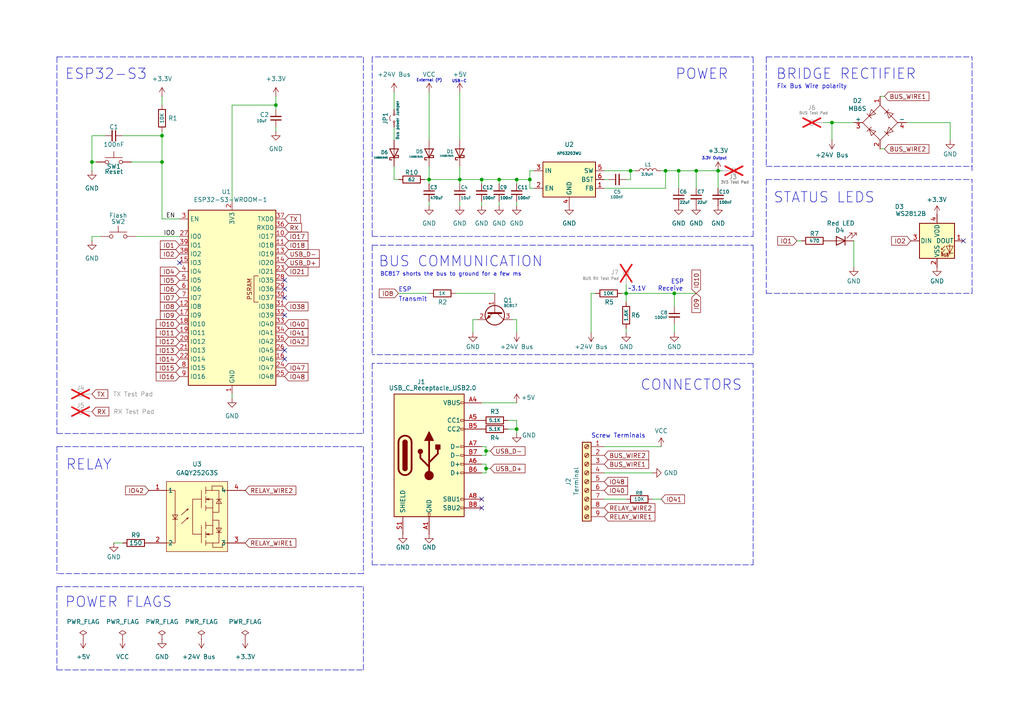
<source format=kicad_sch>
(kicad_sch (version 20250114) (generator "eeschema") (generator_version "9.0")
  (paper "A4")
  (title_block (title "Doorman S3") (date "2025-02-23") (rev "1.6") (comment 1 "TC:Bus Intercom Gateway"))
  (text "Screw Terminals" (at 171.45 127.254 0) (effects (font (size 1.27 1.27)) (justify left bottom)))
  (text "USB-C" (at 135.382 24.13 0) (effects (font (size 0.8 0.8)) (justify right bottom)))
  (text "ESP" (at 194.564 82.55 0) (effects (font (size 1.27 1.27)) (justify left bottom)))
  (text "POWER\n" (at 195.834 23.368 0) (effects (font (size 3 3)) (justify left bottom)))
  (text "~3.1V" (at 182.118 84.582 0) (effects (font (size 1.27 1.27)) (justify left bottom)))
  (text "ESP" (at 115.57 84.836 0) (effects (font (size 1.27 1.27)) (justify left bottom)))
  (text "Transmit" (at 115.57 87.63 0) (effects (font (size 1.27 1.27)) (justify left bottom)))
  (text "CONNECTORS" (at 185.674 113.538 0) (effects (font (size 3 3)) (justify left bottom)))
  (text "3.3V Output" (at 210.82 46.482 0) (effects (font (size 0.8 0.8)) (justify right bottom)))
  (text "STATUS LEDS" (at 224.282 59.182 0) (effects (font (size 3 3)) (justify left bottom)))
  (text "External (P)" (at 128.27 23.876 0) (effects (font (size 0.8 0.8)) (justify right bottom)))
  (text "ESP32-S3" (at 18.796 23.368 0) (effects (font (size 3 3)) (justify left bottom)))
  (text "Fix Bus Wire polarity" (at 225.298 25.908 0) (effects (font (size 1.27 1.27)) (justify left bottom)))
  (text "RELAY" (at 19.05 136.652 0) (effects (font (size 3 3)) (justify left bottom)))
  (text "BRIDGE RECTIFIER" (at 225.044 23.368 0) (effects (font (size 3 3)) (justify left bottom)))
  (text "BC817 shorts the bus to ground for a few ms" (at 110.236 80.264 0) (effects (font (size 1.15 1.15)) (justify left bottom)))
  (text "POWER FLAGS" (at 18.796 176.53 0) (effects (font (size 3 3)) (justify left bottom)))
  (text "Receive" (at 190.754 84.582 0) (effects (font (size 1.27 1.27)) (justify left bottom)))
  (text "BUS COMMUNICATION" (at 109.728 77.724 0) (effects (font (size 3 3)) (justify left bottom)))
  (junction (at 140.97 130.81))
  (junction (at 124.46 52.07))
  (junction (at 241.3 35.56))
  (junction (at 133.35 52.07))
  (junction (at 144.78 52.07))
  (junction (at 208.28 49.53))
  (junction (at 153.67 52.07))
  (junction (at 196.85 49.53))
  (junction (at 149.86 124.46))
  (junction (at 80.01 30.48))
  (junction (at 182.88 49.53))
  (junction (at 46.99 46.99))
  (junction (at 181.61 85.09))
  (junction (at 193.04 49.53))
  (junction (at 139.7 52.07))
  (junction (at 46.99 39.37))
  (junction (at 201.93 49.53))
  (junction (at 149.86 52.07))
  (junction (at 140.97 135.89))
  (junction (at 26.67 46.99))
  (junction (at 195.58 85.09))
  (no_connect (at 82.55 81.28))
  (no_connect (at 82.55 91.44))
  (no_connect (at 82.55 101.6))
  (no_connect (at 52.07 76.2))
  (no_connect (at 279.4 69.85))
  (no_connect (at 82.55 83.82))
  (no_connect (at 139.7 147.32))
  (no_connect (at 139.7 144.78))
  (no_connect (at 82.55 86.36))
  (no_connect (at 82.55 104.14))
  (polyline (pts (xy 218.44 102.87) (xy 107.95 102.87)) (stroke (width 0) (type dash)))
  (wire (pts (xy 193.04 49.53) (xy 193.04 54.61)))
  (wire (pts (xy 275.59 35.56) (xy 262.89 35.56)))
  (polyline (pts (xy 222.25 85.09) (xy 281.94 85.09)) (stroke (width 0) (type dash)))
  (wire (pts (xy 26.67 68.58) (xy 29.21 68.58)))
  (polyline (pts (xy 222.25 16.51) (xy 281.94 16.51)) (stroke (width 0) (type dash)))
  (wire (pts (xy 144.78 53.34) (xy 144.78 52.07)))
  (wire (pts (xy 149.86 52.07) (xy 149.86 53.34)))
  (wire (pts (xy 181.61 82.55) (xy 181.61 85.09)))
  (wire (pts (xy 182.88 49.53) (xy 182.88 52.07)))
  (wire (pts (xy 149.86 92.71) (xy 148.59 92.71)))
  (wire (pts (xy 140.97 130.81) (xy 140.97 132.08)))
  (wire (pts (xy 142.24 130.81) (xy 140.97 130.81)))
  (wire (pts (xy 149.86 121.92) (xy 147.32 121.92)))
  (wire (pts (xy 149.86 125.73) (xy 149.86 124.46)))
  (polyline (pts (xy 105.41 125.73) (xy 105.41 16.51)) (stroke (width 0) (type dash)))
  (wire (pts (xy 181.61 95.25) (xy 181.61 96.52)))
  (wire (pts (xy 133.35 26.67) (xy 133.35 40.64)))
  (wire (pts (xy 124.46 59.69) (xy 124.46 58.42)))
  (wire (pts (xy 147.32 124.46) (xy 149.86 124.46)))
  (wire (pts (xy 195.58 88.9) (xy 195.58 85.09)))
  (wire (pts (xy 238.76 35.56) (xy 241.3 35.56)))
  (wire (pts (xy 39.37 68.58) (xy 52.07 68.58)))
  (wire (pts (xy 149.86 52.07) (xy 153.67 52.07)))
  (polyline (pts (xy 107.95 163.83) (xy 218.44 163.83)) (stroke (width 0) (type dash)))
  (wire (pts (xy 133.35 53.34) (xy 133.35 52.07)))
  (wire (pts (xy 180.34 85.09) (xy 181.61 85.09)))
  (polyline (pts (xy 222.25 52.07) (xy 222.25 85.09)) (stroke (width 0) (type dash)))
  (wire (pts (xy 181.61 85.09) (xy 195.58 85.09)))
  (wire (pts (xy 196.85 49.53) (xy 201.93 49.53)))
  (wire (pts (xy 35.56 39.37) (xy 46.99 39.37)))
  (wire (pts (xy 201.93 49.53) (xy 201.93 54.61)))
  (wire (pts (xy 67.31 115.57) (xy 67.31 114.3)))
  (wire (pts (xy 38.1 46.99) (xy 46.99 46.99)))
  (wire (pts (xy 171.45 85.09) (xy 171.45 96.52)))
  (polyline (pts (xy 281.94 49.53) (xy 281.94 16.51)) (stroke (width 0) (type dash)))
  (wire (pts (xy 140.97 137.16) (xy 139.7 137.16)))
  (wire (pts (xy 140.97 135.89) (xy 140.97 137.16)))
  (polyline (pts (xy 222.25 48.26) (xy 281.94 48.26)) (stroke (width 0) (type dash)))
  (wire (pts (xy 144.78 52.07) (xy 149.86 52.07)))
  (wire (pts (xy 149.86 96.52) (xy 149.86 92.71)))
  (wire (pts (xy 241.3 35.56) (xy 247.65 35.56)))
  (wire (pts (xy 123.19 52.07) (xy 124.46 52.07)))
  (wire (pts (xy 67.31 30.48) (xy 67.31 58.42)))
  (wire (pts (xy 114.3 52.07) (xy 115.57 52.07)))
  (wire (pts (xy 140.97 132.08) (xy 139.7 132.08)))
  (polyline (pts (xy 218.44 105.41) (xy 107.95 105.41)) (stroke (width 0) (type dash)))
  (wire (pts (xy 124.46 53.34) (xy 124.46 52.07)))
  (wire (pts (xy 114.3 26.67) (xy 114.3 31.75)))
  (wire (pts (xy 175.26 144.78) (xy 181.61 144.78)))
  (polyline (pts (xy 105.41 129.54) (xy 105.41 166.37)) (stroke (width 0) (type dash)))
  (wire (pts (xy 124.46 26.67) (xy 124.46 40.64)))
  (polyline (pts (xy 107.95 71.12) (xy 107.95 102.87)) (stroke (width 0) (type dash)))
  (wire (pts (xy 80.01 27.94) (xy 80.01 30.48)))
  (polyline (pts (xy 222.25 52.07) (xy 281.94 52.07)) (stroke (width 0) (type dash)))
  (polyline (pts (xy 218.44 71.12) (xy 218.44 102.87)) (stroke (width 0) (type dash)))
  (wire (pts (xy 191.77 129.54) (xy 175.26 129.54)))
  (polyline (pts (xy 213.36 16.51) (xy 218.44 16.51)) (stroke (width 0) (type dash)))
  (polyline (pts (xy 16.51 129.54) (xy 105.41 129.54)) (stroke (width 0) (type dash)))
  (wire (pts (xy 153.67 52.07) (xy 153.67 54.61)))
  (wire (pts (xy 195.58 85.09) (xy 201.93 85.09)))
  (wire (pts (xy 46.99 39.37) (xy 46.99 46.99)))
  (wire (pts (xy 153.67 54.61) (xy 154.94 54.61)))
  (polyline (pts (xy 107.95 16.51) (xy 107.95 68.58)) (stroke (width 0) (type dash)))
  (polyline (pts (xy 218.44 163.83) (xy 218.44 105.41)) (stroke (width 0) (type dash)))
  (wire (pts (xy 139.7 59.69) (xy 139.7 58.42)))
  (wire (pts (xy 26.67 46.99) (xy 26.67 49.53)))
  (polyline (pts (xy 16.51 16.51) (xy 16.51 125.73)) (stroke (width 0) (type dash)))
  (wire (pts (xy 193.04 49.53) (xy 191.77 49.53)))
  (wire (pts (xy 46.99 63.5) (xy 52.07 63.5)))
  (wire (pts (xy 26.67 39.37) (xy 30.48 39.37)))
  (wire (pts (xy 46.99 30.48) (xy 46.99 27.94)))
  (wire (pts (xy 241.3 40.64) (xy 241.3 35.56)))
  (polyline (pts (xy 213.36 16.51) (xy 107.95 16.51)) (stroke (width 0) (type dash)))
  (wire (pts (xy 201.93 49.53) (xy 208.28 49.53)))
  (wire (pts (xy 133.35 52.07) (xy 139.7 52.07)))
  (wire (pts (xy 142.24 135.89) (xy 140.97 135.89)))
  (polyline (pts (xy 105.41 166.37) (xy 16.51 166.37)) (stroke (width 0) (type dash)))
  (wire (pts (xy 191.77 144.78) (xy 189.23 144.78)))
  (wire (pts (xy 137.16 96.52) (xy 137.16 92.71)))
  (polyline (pts (xy 222.25 16.51) (xy 222.25 48.26)) (stroke (width 0) (type dash)))
  (wire (pts (xy 26.67 69.85) (xy 26.67 68.58)))
  (wire (pts (xy 132.08 85.09) (xy 143.51 85.09)))
  (wire (pts (xy 256.54 27.94) (xy 255.27 27.94)))
  (wire (pts (xy 139.7 52.07) (xy 144.78 52.07)))
  (wire (pts (xy 33.02 157.48) (xy 35.56 157.48)))
  (wire (pts (xy 149.86 121.92) (xy 149.86 124.46)))
  (wire (pts (xy 115.57 85.09) (xy 124.46 85.09)))
  (wire (pts (xy 208.28 54.61) (xy 208.28 49.53)))
  (wire (pts (xy 231.14 69.85) (xy 232.41 69.85)))
  (wire (pts (xy 193.04 49.53) (xy 196.85 49.53)))
  (polyline (pts (xy 107.95 71.12) (xy 218.44 71.12)) (stroke (width 0) (type dash)))
  (polyline (pts (xy 16.51 129.54) (xy 16.51 166.37)) (stroke (width 0) (type dash)))
  (wire (pts (xy 140.97 134.62) (xy 139.7 134.62)))
  (wire (pts (xy 149.86 116.84) (xy 139.7 116.84)))
  (polyline (pts (xy 105.41 194.31) (xy 105.41 170.18)) (stroke (width 0) (type dash)))
  (wire (pts (xy 153.67 49.53) (xy 153.67 52.07)))
  (wire (pts (xy 144.78 59.69) (xy 144.78 58.42)))
  (wire (pts (xy 181.61 85.09) (xy 181.61 87.63)))
  (polyline (pts (xy 218.44 68.58) (xy 218.44 16.51)) (stroke (width 0) (type dash)))
  (wire (pts (xy 80.01 30.48) (xy 67.31 30.48)))
  (wire (pts (xy 114.3 36.83) (xy 114.3 40.64)))
  (polyline (pts (xy 16.51 16.51) (xy 105.41 16.51)) (stroke (width 0) (type dash)))
  (wire (pts (xy 189.23 137.16) (xy 175.26 137.16)))
  (polyline (pts (xy 16.51 170.18) (xy 16.51 194.31)) (stroke (width 0) (type dash)))
  (wire (pts (xy 124.46 52.07) (xy 133.35 52.07)))
  (wire (pts (xy 171.45 85.09) (xy 172.72 85.09)))
  (wire (pts (xy 175.26 54.61) (xy 193.04 54.61)))
  (wire (pts (xy 196.85 49.53) (xy 196.85 54.61)))
  (polyline (pts (xy 16.51 194.31) (xy 105.41 194.31)) (stroke (width 0) (type dash)))
  (wire (pts (xy 256.54 43.18) (xy 255.27 43.18)))
  (wire (pts (xy 275.59 40.64) (xy 275.59 35.56)))
  (wire (pts (xy 46.99 38.1) (xy 46.99 39.37)))
  (wire (pts (xy 195.58 93.98) (xy 195.58 96.52)))
  (wire (pts (xy 182.88 52.07) (xy 181.61 52.07)))
  (wire (pts (xy 26.67 46.99) (xy 27.94 46.99)))
  (wire (pts (xy 140.97 129.54) (xy 140.97 130.81)))
  (wire (pts (xy 124.46 48.26) (xy 124.46 52.07)))
  (wire (pts (xy 140.97 134.62) (xy 140.97 135.89)))
  (wire (pts (xy 46.99 46.99) (xy 46.99 63.5)))
  (wire (pts (xy 209.55 49.53) (xy 208.28 49.53)))
  (wire (pts (xy 80.01 36.83) (xy 80.01 38.1)))
  (polyline (pts (xy 16.51 125.73) (xy 105.41 125.73)) (stroke (width 0) (type dash)))
  (wire (pts (xy 133.35 59.69) (xy 133.35 58.42)))
  (wire (pts (xy 137.16 92.71) (xy 138.43 92.71)))
  (wire (pts (xy 140.97 129.54) (xy 139.7 129.54)))
  (wire (pts (xy 175.26 49.53) (xy 182.88 49.53)))
  (polyline (pts (xy 107.95 68.58) (xy 218.44 68.58)) (stroke (width 0) (type dash)))
  (wire (pts (xy 133.35 48.26) (xy 133.35 52.07)))
  (wire (pts (xy 139.7 52.07) (xy 139.7 53.34)))
  (wire (pts (xy 80.01 30.48) (xy 80.01 31.75)))
  (wire (pts (xy 184.15 49.53) (xy 182.88 49.53)))
  (wire (pts (xy 176.53 52.07) (xy 175.26 52.07)))
  (wire (pts (xy 247.65 77.47) (xy 247.65 69.85)))
  (wire (pts (xy 153.67 49.53) (xy 154.94 49.53)))
  (polyline (pts (xy 107.95 105.41) (xy 107.95 163.83)) (stroke (width 0) (type dash)))
  (wire (pts (xy 149.86 59.69) (xy 149.86 58.42)))
  (polyline (pts (xy 16.51 170.18) (xy 105.41 170.18)) (stroke (width 0) (type dash)))
  (wire (pts (xy 114.3 48.26) (xy 114.3 52.07)))
  (wire (pts (xy 26.67 39.37) (xy 26.67 46.99)))
  (polyline (pts (xy 281.94 85.09) (xy 281.94 52.07)) (stroke (width 0) (type dash)))
  (label "EN" (at 50.8 63.5 180))
  (label "IO0" (at 50.8 68.58 180))
  (global_label "IO10" (shape input) (at 52.07 93.98 180) (property "Intersheetrefs" "${INTERSHEET_REFS}" (effects (hide yes))))
  (global_label "IO48" (shape input) (at 175.26 139.7 0) (property "Intersheetrefs" "${INTERSHEET_REFS}" (effects (hide yes))))
  (global_label "IO9" (shape input) (at 52.07 91.44 180) (property "Intersheetrefs" "${INTERSHEET_REFS}" (effects (hide yes))))
  (global_label "TX" (shape input) (at 26.67 114.3 0) (property "Intersheetrefs" "${INTERSHEET_REFS}" (effects (hide yes))))
  (global_label "IO9" (shape input) (at 201.93 85.09 270) (property "Intersheetrefs" "${INTERSHEET_REFS}" (effects (hide yes))))
  (global_label "IO11" (shape input) (at 52.07 96.52 180) (property "Intersheetrefs" "${INTERSHEET_REFS}" (effects (hide yes))))
  (global_label "IO47" (shape input) (at 82.55 106.68 0) (property "Intersheetrefs" "${INTERSHEET_REFS}" (effects (hide yes))))
  (global_label "BUS_WIRE1" (shape input) (at 175.26 134.62 0) (property "Intersheetrefs" "${INTERSHEET_REFS}" (effects (hide yes))))
  (global_label "IO40" (shape input) (at 175.26 142.24 0) (property "Intersheetrefs" "${INTERSHEET_REFS}" (effects (hide yes))))
  (global_label "IO7" (shape input) (at 52.07 86.36 180) (property "Intersheetrefs" "${INTERSHEET_REFS}" (effects (hide yes))))
  (global_label "IO16" (shape input) (at 52.07 109.22 180) (property "Intersheetrefs" "${INTERSHEET_REFS}" (effects (hide yes))))
  (global_label "USB_D-" (shape input) (at 142.24 130.81 0) (property "Intersheetrefs" "${INTERSHEET_REFS}" (effects (hide yes))))
  (global_label "IO42" (shape input) (at 43.18 142.24 180) (property "Intersheetrefs" "${INTERSHEET_REFS}" (effects (hide yes))))
  (global_label "USB_D+" (shape input) (at 142.24 135.89 0) (property "Intersheetrefs" "${INTERSHEET_REFS}" (effects (hide yes))))
  (global_label "IO18" (shape input) (at 82.55 71.12 0) (property "Intersheetrefs" "${INTERSHEET_REFS}" (effects (hide yes))))
  (global_label "IO41" (shape input) (at 191.77 144.78 0) (property "Intersheetrefs" "${INTERSHEET_REFS}" (effects (hide yes))))
  (global_label "IO17" (shape input) (at 82.55 68.58 0) (property "Intersheetrefs" "${INTERSHEET_REFS}" (effects (hide yes))))
  (global_label "IO13" (shape input) (at 52.07 101.6 180) (property "Intersheetrefs" "${INTERSHEET_REFS}" (effects (hide yes))))
  (global_label "IO41" (shape input) (at 82.55 96.52 0) (property "Intersheetrefs" "${INTERSHEET_REFS}" (effects (hide yes))))
  (global_label "TX" (shape input) (at 82.55 63.5 0) (property "Intersheetrefs" "${INTERSHEET_REFS}" (effects (hide yes))))
  (global_label "IO1" (shape input) (at 52.07 71.12 180) (property "Intersheetrefs" "${INTERSHEET_REFS}" (effects (hide yes))))
  (global_label "IO42" (shape input) (at 82.55 99.06 0) (property "Intersheetrefs" "${INTERSHEET_REFS}" (effects (hide yes))))
  (global_label "IO2" (shape input) (at 52.07 73.66 180) (property "Intersheetrefs" "${INTERSHEET_REFS}" (effects (hide yes))))
  (global_label "IO2" (shape input) (at 264.16 69.85 180) (property "Intersheetrefs" "${INTERSHEET_REFS}" (effects (hide yes))))
  (global_label "IO14" (shape input) (at 52.07 104.14 180) (property "Intersheetrefs" "${INTERSHEET_REFS}" (effects (hide yes))))
  (global_label "RELAY_WIRE2" (shape input) (at 71.12 142.24 0) (property "Intersheetrefs" "${INTERSHEET_REFS}" (effects (hide yes))))
  (global_label "USB_D-" (shape input) (at 82.55 73.66 0) (property "Intersheetrefs" "${INTERSHEET_REFS}" (effects (hide yes))))
  (global_label "RX" (shape input) (at 26.67 119.38 0) (property "Intersheetrefs" "${INTERSHEET_REFS}" (effects (hide yes))))
  (global_label "IO8" (shape input) (at 115.57 85.09 180) (property "Intersheetrefs" "${INTERSHEET_REFS}" (effects (hide yes))))
  (global_label "BUS_WIRE2" (shape input) (at 175.26 132.08 0) (property "Intersheetrefs" "${INTERSHEET_REFS}" (effects (hide yes))))
  (global_label "IO6" (shape input) (at 52.07 83.82 180) (property "Intersheetrefs" "${INTERSHEET_REFS}" (effects (hide yes))))
  (global_label "IO40" (shape input) (at 82.55 93.98 0) (property "Intersheetrefs" "${INTERSHEET_REFS}" (effects (hide yes))))
  (global_label "IO5" (shape input) (at 52.07 81.28 180) (property "Intersheetrefs" "${INTERSHEET_REFS}" (effects (hide yes))))
  (global_label "IO15" (shape input) (at 52.07 106.68 180) (property "Intersheetrefs" "${INTERSHEET_REFS}" (effects (hide yes))))
  (global_label "RELAY_WIRE1" (shape input) (at 175.26 149.86 0) (property "Intersheetrefs" "${INTERSHEET_REFS}" (effects (hide yes))))
  (global_label "RELAY_WIRE1" (shape input) (at 71.12 157.48 0) (property "Intersheetrefs" "${INTERSHEET_REFS}" (effects (hide yes))))
  (global_label "IO38" (shape input) (at 82.55 88.9 0) (property "Intersheetrefs" "${INTERSHEET_REFS}" (effects (hide yes))))
  (global_label "USB_D+" (shape input) (at 82.55 76.2 0) (property "Intersheetrefs" "${INTERSHEET_REFS}" (effects (hide yes))))
  (global_label "IO4" (shape input) (at 52.07 78.74 180) (property "Intersheetrefs" "${INTERSHEET_REFS}" (effects (hide yes))))
  (global_label "IO8" (shape input) (at 52.07 88.9 180) (property "Intersheetrefs" "${INTERSHEET_REFS}" (effects (hide yes))))
  (global_label "RX" (shape input) (at 82.55 66.04 0) (property "Intersheetrefs" "${INTERSHEET_REFS}" (effects (hide yes))))
  (global_label "IO10" (shape input) (at 201.93 85.09 90) (property "Intersheetrefs" "${INTERSHEET_REFS}" (effects (hide yes))))
  (global_label "RELAY_WIRE2" (shape input) (at 175.26 147.32 0) (property "Intersheetrefs" "${INTERSHEET_REFS}" (effects (hide yes))))
  (global_label "IO21" (shape input) (at 82.55 78.74 0) (property "Intersheetrefs" "${INTERSHEET_REFS}" (effects (hide yes))))
  (global_label "IO48" (shape input) (at 82.55 109.22 0) (property "Intersheetrefs" "${INTERSHEET_REFS}" (effects (hide yes))))
  (global_label "BUS_WIRE1" (shape input) (at 256.54 27.94 0) (property "Intersheetrefs" "${INTERSHEET_REFS}" (effects (hide yes))))
  (global_label "BUS_WIRE2" (shape input) (at 256.54 43.18 0) (property "Intersheetrefs" "${INTERSHEET_REFS}" (effects (hide yes))))
  (global_label "IO1" (shape input) (at 231.14 69.85 180) (property "Intersheetrefs" "${INTERSHEET_REFS}" (effects (hide yes))))
  (global_label "IO12" (shape input) (at 52.07 99.06 180) (property "Intersheetrefs" "${INTERSHEET_REFS}" (effects (hide yes))))
  (symbol (lib_name "GND_1") (lib_id "power:GND") (at 137.16 96.52 0) (unit 1)
    (property "Reference" "#PWR016" (effects (hide yes)))
    (property "Value" "GND" (at 137.16 100.584 0))
    (property "Description" "Power symbol creates a global label with name \"GND\" , ground" (effects (hide yes)))
  )
  (symbol (lib_id "Connector:USB_C_Receptacle_USB2.0_16P") (at 124.46 132.08 0) (unit 1)
    (property "Reference" "J1" (at 122.174 110.744 0))
    (property "Value" "USB_C_Receptacle_USB2.0" (at 125.476 112.522 0))
    (property "Footprint" "Connector_USB:USB_C_Receptacle_HRO_TYPE-C-31-M-12" (effects (hide yes)))
    (property "Datasheet" "https://www.usb.org/sites/default/files/documents/usb_type-c.zip" (effects (hide yes)))
    (property "Description" "5A 1 Surface Mount，Right Angle 16P Female -25℃~+85℃ Type-C SMD USB Connectors ROHS" (effects (hide yes)))
    (property "LCSC" "C2765186" (effects (hide yes)))
    (property "MPN" "TYPE-C 16PIN 2MD(073)" (effects (hide yes)))
    (property "Cheap Version" "C2765186" (effects (hide yes)))
    (property "Expensive Version" "C165948" (effects (hide yes)))
    (property "Package" "SMD" (effects (hide yes)))
  )
  (symbol (lib_name "GND_7") (lib_id "power:GND") (at 124.46 154.94 0) (unit 1)
    (property "Reference" "#PWR012" (effects (hide yes)))
    (property "Value" "GND" (at 124.46 158.75 0))
    (property "Description" "Power symbol creates a global label with name \"GND\" , ground" (effects (hide yes)))
  )
  (symbol (lib_name "GND_7") (lib_id "power:GND") (at 80.01 38.1 0) (unit 1)
    (property "Reference" "#PWR011" (effects (hide yes)))
    (property "Value" "GND" (at 80.01 43.18 0))
    (property "Description" "Power symbol creates a global label with name \"GND\" , ground" (effects (hide yes)))
  )
  (symbol (lib_name "GND_1") (lib_id "power:GND") (at 195.58 96.52 0) (unit 1)
    (property "Reference" "#PWR037" (effects (hide yes)))
    (property "Value" "GND" (at 195.58 100.584 0))
    (property "Description" "Power symbol creates a global label with name \"GND\" , ground" (effects (hide yes)))
  )
  (symbol (lib_id "Connector:TestPoint") (at 181.61 82.55 0) (unit 1) (in_bom no) (dnp yes)
    (property "Reference" "J7" (at 178.308 78.994 0))
    (property "Value" "BUS RX Test Pad" (at 174.244 80.772 0) (effects (font (size 0.8 0.8))))
    (property "Footprint" "TestPoint:TestPoint_Pad_D1.0mm" (effects (hide yes)))
    (property "Description" "test point" (effects (hide yes)))
  )
  (symbol (lib_id "Regulator_Switching:AP63203WU") (at 165.1 52.07 0) (unit 1)
    (property "Reference" "U2" (at 165.1 41.91 0))
    (property "Value" "AP63203WU" (at 165.1 44.45 0) (effects (font (size 0.8 0.8))))
    (property "Footprint" "Package_TO_SOT_SMD:TSOT-23-6" (effects (hide yes)))
    (property "Datasheet" "https://www.diodes.com/assets/Datasheets/AP63200-AP63201-AP63203-AP63205.pdf" (effects (hide yes)))
    (property "Description" "Step-down type Fixed 2A 3.3V 3.8V~32V TSOT-23-6 DC-DC Converters ROHS" (effects (hide yes)))
    (property "LCSC" "C780769" (effects (hide yes)))
    (property "MPN" "AP63203WU-7" (effects (hide yes)))
    (property "Package" "TSOT-23-6" (effects (hide yes)))
  )
  (symbol (lib_id "Transistor_BJT:BC817") (at 143.51 90.17 270) (unit 1)
    (property "Reference" "Q1" (at 147.32 87.122 90))
    (property "Value" "BC817" (at 148.082 88.646 90) (effects (font (size 0.8 0.8))))
    (property "Footprint" "Package_TO_SOT_SMD:SOT-23" (effects (hide yes)))
    (property "Datasheet" "https://www.onsemi.com/pub/Collateral/BC818-D.pdf" (effects (hide yes)))
    (property "Description" "0.8A Ic, 45V Vce, NPN Transistor, SOT-23" (effects (hide yes)))
    (property "Package" "SOT-23" (effects (hide yes)))
    (property "MPN" "BC817-25,215" (effects (hide yes)))
    (property "LCSC" "C39828" (effects (hide yes)))
    (property "Height" "1.1" (effects (hide yes)))
    (property "Mouser Part Number" "N/A" (effects (hide yes)))
    (property "Mouser Price/Stock" "https://www.mouser.co.uk/ProductDetail/NXP-Semiconductors/BC817?qs=55YtniHzbhB1EDHcioPgAw%3D%3D" (effects (hide yes)))
    (property "Manufacturer_Name" "NXP" (effects (hide yes)))
    (property "Manufacturer_Part_Number" "BC817" (effects (hide yes)))
  )
  (symbol (lib_name "GND_5") (lib_id "power:GND") (at 247.65 77.47 0) (unit 1)
    (property "Reference" "#PWR032" (effects (hide yes)))
    (property "Value" "GND" (at 247.65 81.534 0))
    (property "Description" "Power symbol creates a global label with name \"GND\" , ground" (effects (hide yes)))
  )
  (symbol (lib_name "+3.3V_1") (lib_id "power:+3.3V") (at 271.78 62.23 0) (unit 1)
    (property "Reference" "#PWR030" (effects (hide yes)))
    (property "Value" "+3.3V" (at 268.732 57.912 0) (effects (justify left)))
    (property "Description" "Power symbol creates a global label with name \"+3.3V\"" (effects (hide yes)))
  )
  (symbol (lib_id "Device:C_Small") (at 208.28 57.15 180) (unit 1)
    (property "Reference" "C10" (at 211.582 55.626 0) (effects (font (size 1 1)) (justify left)))
    (property "Value" "100nF" (at 212.344 58.674 0) (effects (font (size 0.8 0.8)) (justify left)))
    (property "Footprint" "Capacitor_SMD:C_0603_1608Metric" (effects (hide yes)))
    (property "Description" "50V 100nF X7R ±10% 0603 Multilayer Ceramic Capacitors MLCC - SMD/SMT ROHS" (effects (hide yes)))
    (property "LCSC" "C14663" (effects (hide yes)))
    (property "MPN" "CC0603KRX7R9BB104" (effects (hide yes)))
    (property "Package" "0603" (effects (hide yes)))
  )
  (symbol (lib_name "GND_7") (lib_id "power:GND") (at 46.99 185.42 0) (unit 1)
    (property "Reference" "#PWR06" (effects (hide yes)))
    (property "Value" "GND" (at 46.99 190.5 0))
    (property "Description" "Power symbol creates a global label with name \"GND\" , ground" (effects (hide yes)))
  )
  (symbol (lib_id "Connector:TestPoint") (at 209.55 49.53 270) (unit 1) (in_bom no) (dnp yes)
    (property "Reference" "J3" (at 212.598 51.308 90))
    (property "Value" "3V3 Test Pad" (at 213.106 52.832 90) (effects (font (size 0.8 0.8))))
    (property "Footprint" "TestPoint:TestPoint_Pad_D1.0mm" (effects (hide yes)))
    (property "Description" "test point" (effects (hide yes)))
  )
  (symbol (lib_name "GND_7") (lib_id "power:GND") (at 149.86 59.69 0) (unit 1)
    (property "Reference" "#PWR040" (effects (hide yes)))
    (property "Value" "GND" (at 149.86 64.77 0))
    (property "Description" "Power symbol creates a global label with name \"GND\" , ground" (effects (hide yes)))
  )
  (symbol (lib_id "Diode_Bridge:MB6S") (at 255.27 35.56 180) (unit 1)
    (property "Reference" "D2" (at 248.666 29.21 0))
    (property "Value" "MB6S" (at 248.666 31.496 0))
    (property "Footprint" "Package_TO_SOT_SMD:TO-269AA" (effects (hide yes)))
    (property "Datasheet" "http://www.vishay.com/docs/88573/dfs.pdf" (effects (hide yes)))
    (property "Description" "Miniature Glass Passivated Single-Phase Surface Mount Bridge Rectifiers, 700V Vrms, 1.0A If, DFS SMD package" (effects (hide yes)))
    (property "LCSC" "C3011144" (effects (hide yes)))
    (property "MPN" "MB6S" (effects (hide yes)))
    (property "Package" "MBS" (effects (hide yes)))
  )
  (symbol (lib_id "Device:R") (at 39.37 157.48 270) (unit 1)
    (property "Reference" "R9" (at 39.37 155.194 90))
    (property "Value" "150" (at 39.37 157.48 90))
    (property "Footprint" "Resistor_SMD:R_0402_1005Metric" (effects (hide yes)))
    (property "Description" "62.5mW Thick Film Resistors 50V ±100ppm/℃ ±1% 150Ω 0402 Chip Resistor - Surface Mount ROHS" (effects (hide yes)))
    (property "LCSC" "C25082" (effects (hide yes)))
    (property "MPN" "0402WGF1500TCE" (effects (hide yes)))
    (property "Package" "0402" (effects (hide yes)))
  )
  (symbol (lib_id "Device:R") (at 143.51 124.46 270) (unit 1)
    (property "Reference" "R4" (at 143.51 127 90))
    (property "Value" "5.1K" (at 143.51 124.46 90) (effects (font (size 1 1))))
    (property "Footprint" "Resistor_SMD:R_0402_1005Metric" (effects (hide yes)))
    (property "Datasheet" "https://datasheet.lcsc.com/lcsc/2206010045_UNI-ROYAL-Uniroyal-Elec-0402WGF5101TCE_C25905.pdf" (effects (hide yes)))
    (property "Description" "62.5mW Thick Film Resistors ±100ppm/℃ ±1% 5.1kΩ 0402 Chip Resistor - Surface Mount ROHS" (effects (hide yes)))
    (property "LCSC" "C25905" (effects (hide yes)))
    (property "MPN" "0402WGF5101TCE" (effects (hide yes)))
    (property "Package" "0402" (effects (hide yes)))
  )
  (symbol (lib_name "GND_1") (lib_id "power:GND") (at 181.61 96.52 0) (unit 1)
    (property "Reference" "#PWR023" (effects (hide yes)))
    (property "Value" "GND" (at 181.61 100.584 0))
    (property "Description" "Power symbol creates a global label with name \"GND\" , ground" (effects (hide yes)))
  )
  (symbol (lib_id "LED:WS2812B-2020") (at 271.78 69.85 0) (unit 1)
    (property "Reference" "D3" (at 260.858 59.944 0))
    (property "Value" "WS2812B" (at 264.16 61.976 0))
    (property "Footprint" "LED_SMD:LED_WS2812B-2020_PLCC4_2.0x2.0mm" (effects (hide yes)))
    (property "Datasheet" "https://cdn-shop.adafruit.com/product-files/4684/4684_WS2812B-2020_V1.3_EN.pdf" (effects (hide yes)))
    (property "Description" "RGB LED with integrated controller, 2.0 x 2.0 mm, 12 mA" (effects (hide yes)))
    (property "MPN" "WS2812B-2020" (effects (hide yes)))
    (property "LCSC" "C965555" (effects (hide yes)))
    (property "Package" " SMD,2x2mm" (effects (hide yes)))
  )
  (symbol (lib_name "GND_7") (lib_id "power:GND") (at 149.86 125.73 0) (unit 1)
    (property "Reference" "#PWR018" (effects (hide yes)))
    (property "Value" "GND" (at 153.416 126.238 0))
    (property "Description" "Power symbol creates a global label with name \"GND\" , ground" (effects (hide yes)))
  )
  (symbol (lib_id "Device:R") (at 181.61 91.44 0) (mirror y) (unit 1)
    (property "Reference" "R6" (at 185.674 91.44 0) (effects (justify left)))
    (property "Value" "1.6K" (at 181.61 93.218 90) (effects (font (size 1 1)) (justify left)))
    (property "Footprint" "Resistor_SMD:R_0603_1608Metric" (effects (hide yes)))
    (property "Description" "100mW Thick Film Resistors 75V ±100ppm/℃ ±1% 10kΩ 0603 Chip Resistor - Surface Mount ROHS" (effects (hide yes)))
    (property "LCSC" "C25804" (effects (hide yes)))
    (property "MPN" "0603WAF1002T5E" (effects (hide yes)))
    (property "Package" "0603" (effects (hide yes)))
  )
  (symbol (lib_id "Device:C_Small") (at 124.46 55.88 0) (unit 1)
    (property "Reference" "C3" (at 124.714 54.356 0) (effects (font (size 1 1)) (justify left)))
    (property "Value" "470uF" (at 124.714 57.404 0) (effects (font (size 0.8 0.8)) (justify left)))
    (property "Footprint" "Capacitor_SMD:CP_Elec_8x10" (effects (hide yes)))
    (property "Datasheet" "https://wmsc.lcsc.com/wmsc/upload/file/pdf/v2/lcsc/2304140030_NCC-Nippon-Chemi-Con-EMZS350ARA471MHA0G_C2164331.pdf" (effects (hide yes)))
    (property "Description" "470uF 35V 850mA@100KHz 80mΩ@100KHz ±20% SMD,D8xL10.5mm Aluminum Electrolytic Capacitors - SMD ROHS" (effects (hide yes)))
    (property "LCSC" "C2164331" (effects (hide yes)))
    (property "MPN" "EMZS350ARA471MHA0G" (effects (hide yes)))
    (property "Package" "SMD,D8xL10mm" (effects (hide yes)))
  )
  (symbol (lib_name "+3.3V_3") (lib_id "power:+3.3V") (at 80.01 27.94 0) (unit 1)
    (property "Reference" "#PWR010" (effects (hide yes)))
    (property "Value" "+3.3V" (at 80.01 22.86 0))
    (property "Description" "Power symbol creates a global label with name \"+3.3V\"" (effects (hide yes)))
  )
  (symbol (lib_name "GND_1") (lib_id "power:GND") (at 189.23 137.16 90) (unit 1)
    (property "Reference" "#PWR031" (effects (hide yes)))
    (property "Value" "GND" (at 194.564 137.16 90))
    (property "Description" "Power symbol creates a global label with name \"GND\" , ground" (effects (hide yes)))
  )
  (symbol (lib_id "Device:C_Small") (at 33.02 39.37 270) (unit 1)
    (property "Reference" "C1" (at 33.02 36.83 90))
    (property "Value" "100nF" (at 33.02 41.91 90))
    (property "Footprint" "Capacitor_SMD:C_0603_1608Metric" (effects (hide yes)))
    (property "Description" "50V 100nF X7R ±10% 0603 Multilayer Ceramic Capacitors MLCC - SMD/SMT ROHS" (effects (hide yes)))
    (property "LCSC" "C14663" (effects (hide yes)))
    (property "MPN" "CC0603KRX7R9BB104" (effects (hide yes)))
    (property "Package" "0603" (effects (hide yes)))
  )
  (symbol (lib_id "Device:C_Small") (at 179.07 52.07 90) (unit 1)
    (property "Reference" "C5" (at 180.086 55.626 90) (effects (font (size 1 1)) (justify left)))
    (property "Value" "100nF" (at 180.848 57.15 90) (effects (font (size 0.8 0.8)) (justify left)))
    (property "Footprint" "Capacitor_SMD:C_0603_1608Metric" (effects (hide yes)))
    (property "Description" "50V 100nF X7R ±10% 0603 Multilayer Ceramic Capacitors MLCC - SMD/SMT ROHS" (effects (hide yes)))
    (property "LCSC" "C14663" (effects (hide yes)))
    (property "MPN" "CC0603KRX7R9BB104" (effects (hide yes)))
    (property "Package" "0603" (effects (hide yes)))
  )
  (symbol (lib_name "GND_7") (lib_id "power:GND") (at 208.28 59.69 0) (unit 1)
    (property "Reference" "#PWR039" (effects (hide yes)))
    (property "Value" "GND" (at 208.28 64.77 0))
    (property "Description" "Power symbol creates a global label with name \"GND\" , ground" (effects (hide yes)))
  )
  (symbol (lib_id "Device:LED") (at 243.84 69.85 180) (unit 1)
    (property "Reference" "D4" (at 243.586 66.802 0))
    (property "Value" "Red LED" (at 243.84 64.77 0))
    (property "Footprint" "LED_SMD:LED_0603_1608Metric" (effects (hide yes)))
    (property "Description" "25mA 无色透明透镜 -30℃~+85℃ Positive post 617nm~621nm Red 120° 55mW 0603  Light Emitting Diodes (LED) ROHS" (effects (hide yes)))
    (property "LCSC" "C965799" (effects (hide yes)))
    (property "MPN" "XL-1608SURC-06" (effects (hide yes)))
    (property "Package" "0603" (effects (hide yes)))
  )
  (symbol (lib_name "GND_7") (lib_id "power:GND") (at 144.78 59.69 0) (unit 1)
    (property "Reference" "#PWR038" (effects (hide yes)))
    (property "Value" "GND" (at 144.78 64.77 0))
    (property "Description" "Power symbol creates a global label with name \"GND\" , ground" (effects (hide yes)))
  )
  (symbol (lib_id "Device:R") (at 46.99 34.29 0) (unit 1)
    (property "Reference" "R1" (at 48.768 34.29 0) (effects (justify left)))
    (property "Value" "10K" (at 46.99 35.814 90) (effects (font (size 1 1)) (justify left)))
    (property "Footprint" "Resistor_SMD:R_0603_1608Metric" (effects (hide yes)))
    (property "Description" "100mW Thick Film Resistors ±100ppm/℃ ±1% 10kΩ 0603 Chip Resistor - Surface Mount ROHS" (effects (hide yes)))
    (property "LCSC" "C25804" (effects (hide yes)))
    (property "MPN" "0603WAF1002T5E" (effects (hide yes)))
    (property "Package" "0603" (effects (hide yes)))
  )
  (symbol (lib_id "Device:L") (at 187.96 49.53 90) (unit 1)
    (property "Reference" "L1" (at 187.96 47.752 90) (effects (font (size 1 1))))
    (property "Value" "3.9uH" (at 187.706 50.546 90) (effects (font (size 0.8 0.8))))
    (property "Footprint" "Inductor_SMD:L_Abracon_ASPI-4030S" (effects (hide yes)))
    (property "Description" "2.1A 3.9uH ±20% 3A SMD,4x4x3mm  Power Inductors ROHS" (effects (hide yes)))
    (property "LCSC" "C96899" (effects (hide yes)))
    (property "Package" "SMD,4x4mm" (effects (hide yes)))
    (property "MPN" "SWPA4030S3R9MT" (effects (hide yes)))
  )
  (symbol (lib_id "Device:C_Small") (at 195.58 91.44 0) (unit 1)
    (property "Reference" "C8" (at 191.516 90.678 0) (effects (font (size 1 1)) (justify left)))
    (property "Value" "100nF" (at 189.865 92.075 0) (effects (font (size 0.8 0.8)) (justify left)))
    (property "Footprint" "Capacitor_SMD:C_0603_1608Metric" (effects (hide yes)))
    (property "Description" "50V 100nF X7R ±10% 0603 Multilayer Ceramic Capacitors MLCC - SMD/SMT ROHS" (effects (hide yes)))
    (property "LCSC" "C14663" (effects (hide yes)))
    (property "MPN" "CC0603KRX7R9BB104" (effects (hide yes)))
    (property "Package" "0603" (effects (hide yes)))
  )
  (symbol (lib_name "+3.3V_2") (lib_id "power:+3.3V") (at 208.28 49.53 0) (unit 1)
    (property "Reference" "#PWR027" (effects (hide yes)))
    (property "Value" "+3.3V" (at 208.28 43.688 0))
    (property "Description" "Power symbol creates a global label with name \"+3.3V\"" (effects (hide yes)))
  )
  (symbol (lib_id "RF_Module:ESP32-S3-WROOM-1") (at 67.31 86.36 0) (unit 1)
    (property "Reference" "U1" (at 64.262 55.626 0) (effects (justify left)))
    (property "Value" "ESP32-S3-WROOM-1" (at 56.134 57.912 0) (effects (justify left)))
    (property "Footprint" "RF_Module:ESP32-S3-WROOM-1" (effects (hide yes)))
    (property "Datasheet" "https://www.espressif.com/sites/default/files/documentation/esp32-s3-wroom-1_wroom-1u_datasheet_en.pdf" (effects (hide yes)))
    (property "Description" "RF Module, ESP32-S3 SoC, Wi-Fi 802.11b/g/n, Bluetooth, BLE, 32-bit, 3.3V, onboard antenna, SMD" (effects (hide yes)))
    (property "LCSC" "C2913201" (effects (hide yes)))
    (property "MPN" "ESP32-S3-WROOM-1-N8R8" (effects (hide yes)))
    (property "Package" "SMD,25.5x18mm" (effects (hide yes)))
  )
  (symbol (lib_id "Device:C_Small") (at 139.7 55.88 180) (unit 1)
    (property "Reference" "C12" (at 143.002 54.356 0) (effects (font (size 1 1)) (justify left)))
    (property "Value" "100nF" (at 143.764 57.404 0) (effects (font (size 0.8 0.8)) (justify left)))
    (property "Footprint" "Capacitor_SMD:C_0603_1608Metric" (effects (hide yes)))
    (property "Description" "50V 100nF X7R ±10% 0603 Multilayer Ceramic Capacitors MLCC - SMD/SMT ROHS" (effects (hide yes)))
    (property "LCSC" "C14663" (effects (hide yes)))
    (property "MPN" "CC0603KRX7R9BB104" (effects (hide yes)))
    (property "Package" "0603" (effects (hide yes)))
  )
  (symbol (lib_id "Device:R") (at 185.42 144.78 90) (unit 1)
    (property "Reference" "R8" (at 186.436 143.002 90) (effects (font (size 1 1)) (justify left)))
    (property "Value" "10K" (at 186.944 144.78 90) (effects (font (size 1 1)) (justify left)))
    (property "Footprint" "Resistor_SMD:R_0603_1608Metric" (effects (hide yes)))
    (property "Description" "100mW Thick Film Resistors ±100ppm/℃ ±1% 10kΩ 0603 Chip Resistor - Surface Mount ROHS" (effects (hide yes)))
    (property "LCSC" "C25804" (effects (hide yes)))
    (property "MPN" "0603WAF1002T5E" (effects (hide yes)))
    (property "Package" "0603" (effects (hide yes)))
  )
  (symbol (lib_id "Device:R") (at 143.51 121.92 90) (unit 1)
    (property "Reference" "R3" (at 143.51 119.38 90))
    (property "Value" "5.1K" (at 143.51 121.92 90) (effects (font (size 1 1))))
    (property "Footprint" "Resistor_SMD:R_0402_1005Metric" (effects (hide yes)))
    (property "Datasheet" "https://datasheet.lcsc.com/lcsc/2206010045_UNI-ROYAL-Uniroyal-Elec-0402WGF5101TCE_C25905.pdf" (effects (hide yes)))
    (property "Description" "62.5mW Thick Film Resistors ±100ppm/℃ ±1% 5.1kΩ 0402 Chip Resistor - Surface Mount ROHS" (effects (hide yes)))
    (property "LCSC" "C25905" (effects (hide yes)))
    (property "MPN" "0402WGF5101TCE" (effects (hide yes)))
    (property "Package" "0402" (effects (hide yes)))
  )
  (symbol (lib_id "power:PWR_FLAG") (at 24.13 185.42 0) (unit 1)
    (property "Reference" "#FLG01" (effects (hide yes)))
    (property "Value" "PWR_FLAG" (at 24.13 180.34 0))
    (property "Description" "Special symbol for telling ERC where power comes from" (effects (hide yes)))
  )
  (symbol (lib_id "Switch:SW_Push") (at 33.02 46.99 0) (mirror y) (unit 1)
    (property "Reference" "SW1" (at 33.02 48.26 0))
    (property "Value" "Reset" (at 33.02 49.784 0))
    (property "Footprint" "Button_Switch_SMD:SW_SPST_B3U-1000P-B" (effects (hide yes)))
    (property "Description" "50mA Brick nogging SPST 153gf 12V SMD,2.5x3mm Tactile Switches ROHS" (effects (hide yes)))
    (property "LCSC" "C231329" (effects (hide yes)))
    (property "MPN" "B3U-1000P" (effects (hide yes)))
    (property "Package" "SMD,2.5x3mm" (effects (hide yes)))
  )
  (symbol (lib_id "power:+3.3V") (at 71.12 185.42 180) (unit 1)
    (property "Reference" "#PWR09" (effects (hide yes)))
    (property "Value" "+3.3V" (at 71.12 190.5 0))
    (property "Description" "Power symbol creates a global label with name \"+3.3V\"" (effects (hide yes)))
  )
  (symbol (lib_id "Connector:Screw_Terminal_01x09") (at 170.18 139.7 0) (mirror y) (unit 1)
    (property "Reference" "J2" (at 164.846 140.97 90) (effects (justify left)))
    (property "Value" "Terminal" (at 167.132 143.764 90) (effects (justify left)))
    (property "Footprint" "Doorman:CONN-TH_9P-P2.54_KF128-2.54-9P" (effects (hide yes)))
    (property "Datasheet" "https://www.lcsc.com/datasheet/lcsc_datasheet_2301061530_DORABO-DB125-2-54-9P-GN-S_C918127.pdf" (effects (hide yes)))
    (property "Description" "1x9P -40℃~+105℃ 8A 130V Green 18~26 Direct Insert 2.54mm 0.5~1 1 9 Plugin,P=2.54mm Screw Terminal Blocks ROHS" (effects (hide yes)))
    (property "LCSC" "C918127" (effects (hide yes)))
    (property "MPN" "DB125-2.54-9P-GN-S" (effects (hide yes)))
  )
  (symbol (lib_name "GND_7") (lib_id "power:GND") (at 67.31 115.57 0) (unit 1)
    (property "Reference" "#PWR08" (effects (hide yes)))
    (property "Value" "GND" (at 67.31 120.65 0))
    (property "Description" "Power symbol creates a global label with name \"GND\" , ground" (effects (hide yes)))
  )
  (symbol (lib_id "power:PWR_FLAG") (at 46.99 185.42 0) (unit 1)
    (property "Reference" "#FLG03" (effects (hide yes)))
    (property "Value" "PWR_FLAG" (at 46.99 180.34 0))
    (property "Description" "Special symbol for telling ERC where power comes from" (effects (hide yes)))
  )
  (symbol (lib_name "GND_7") (lib_id "power:GND") (at 26.67 69.85 0) (unit 1)
    (property "Reference" "#PWR03" (effects (hide yes)))
    (property "Value" "GND" (at 26.67 74.93 0))
    (property "Description" "Power symbol creates a global label with name \"GND\" , ground" (effects (hide yes)))
  )
  (symbol (lib_id "power:+24V") (at 191.77 129.54 0) (unit 1)
    (property "Reference" "#PWR022" (effects (hide yes)))
    (property "Value" "VCC" (at 191.77 124.968 0))
    (property "Description" "Power symbol creates a global label with name \"VCC\"" (effects (hide yes)))
  )
  (symbol (lib_id "Device:C_Small") (at 201.93 57.15 0) (unit 1)
    (property "Reference" "C7" (at 202.184 55.626 0) (effects (font (size 1 1)) (justify left)))
    (property "Value" "22uF" (at 202.184 58.674 0) (effects (font (size 0.8 0.8)) (justify left)))
    (property "Footprint" "Capacitor_SMD:C_0603_1608Metric" (effects (hide yes)))
    (property "Description" "6.3V 22uF X5R ±20% 0603 Multilayer Ceramic Capacitors MLCC - SMD/SMT ROHS" (effects (hide yes)))
    (property "LCSC" "C59461" (effects (hide yes)))
    (property "MPN" "CL10A226MQ8NRNC" (effects (hide yes)))
    (property "Package" "0603" (effects (hide yes)))
  )
  (symbol (lib_name "GND_7") (lib_id "power:GND") (at 165.1 59.69 0) (unit 1)
    (property "Reference" "#PWR020" (effects (hide yes)))
    (property "Value" "GND" (at 165.1 64.77 0))
    (property "Description" "Power symbol creates a global label with name \"GND\" , ground" (effects (hide yes)))
  )
  (symbol (lib_id "power:+24V") (at 124.46 26.67 0) (unit 1)
    (property "Reference" "#PWR014" (effects (hide yes)))
    (property "Value" "VCC" (at 124.46 21.59 0))
    (property "Description" "Power symbol creates a global label with name \"VCC\"" (effects (hide yes)))
  )
  (symbol (lib_id "power:PWR_FLAG") (at 71.12 185.42 0) (unit 1)
    (property "Reference" "#FLG05" (effects (hide yes)))
    (property "Value" "PWR_FLAG" (at 71.12 180.34 0))
    (property "Description" "Special symbol for telling ERC where power comes from" (effects (hide yes)))
  )
  (symbol (lib_id "Device:C_Small") (at 144.78 55.88 180) (unit 1)
    (property "Reference" "C9" (at 147.066 54.356 0) (effects (font (size 1 1)) (justify left)))
    (property "Value" "100nF" (at 148.844 57.404 0) (effects (font (size 0.8 0.8)) (justify left)))
    (property "Footprint" "Capacitor_SMD:C_0603_1608Metric" (effects (hide yes)))
    (property "Description" "50V 100nF X7R ±10% 0603 Multilayer Ceramic Capacitors MLCC - SMD/SMT ROHS" (effects (hide yes)))
    (property "LCSC" "C14663" (effects (hide yes)))
    (property "MPN" "CC0603KRX7R9BB104" (effects (hide yes)))
    (property "Package" "0603" (effects (hide yes)))
  )
  (symbol (lib_id "Device:R") (at 128.27 85.09 270) (unit 1)
    (property "Reference" "R2" (at 127 87.63 90) (effects (justify left)))
    (property "Value" "1K" (at 128.27 85.09 90) (effects (font (size 1 1))))
    (property "Footprint" "Resistor_SMD:R_0402_1005Metric" (effects (hide yes)))
    (property "Datasheet" "https://wmsc.lcsc.com/wmsc/upload/file/pdf/v2/lcsc/2206010216_UNI-ROYAL-Uniroyal-Elec-0402WGF1001TCE_C11702.pdf" (effects (hide yes)))
    (property "Description" "62.5mW Thick Film Resistors 50V ±100ppm/℃ ±1% 1kΩ 0402  Chip Resistor - Surface Mount ROHS" (effects (hide yes)))
    (property "LCSC" "C11702" (effects (hide yes)))
    (property "MPN" "0402WGF1001TCE" (effects (hide yes)))
    (property "Package" "0402" (effects (hide yes)))
  )
  (symbol (lib_id "Device:R") (at 119.38 52.07 90) (unit 1)
    (property "Reference" "R10" (at 119.38 50.038 90))
    (property "Value" "62" (at 119.38 52.07 90) (effects (font (size 1 1))))
    (property "Footprint" "Resistor_SMD:R_1206_3216Metric" (effects (hide yes)))
    (property "Description" "250mW Thick Film Resistors 200V ±100ppm/℃ ±1% 62Ω 1206  Chip Resistor - Surface Mount ROHS" (effects (hide yes)))
    (property "LCSC" "C17971" (effects (hide yes)))
    (property "MPN" "1206W4F620JT5E" (effects (hide yes)))
    (property "Package" "1206" (effects (hide yes)))
  )
  (symbol (lib_id "Diode:1N5819WS") (at 133.35 44.45 90) (unit 1)
    (property "Reference" "D1" (at 130.556 43.942 90) (effects (font (size 1 1))))
    (property "Value" "1N5819WS" (at 129.54 45.212 90) (effects (font (size 0.5 0.5))))
    (property "Footprint" "Diode_SMD:D_SOD-323" (effects (hide yes)))
    (property "Datasheet" "https://datasheet.lcsc.com/lcsc/2204281430_Guangdong-Hottech-1N5819WS_C191023.pdf" (effects (hide yes)))
    (property "Description" "40V Single 350mA 600mV@200mA SOD-323  Schottky Barrier Diodes (SBD) ROHS" (effects (hide yes)))
    (property "LCSC" "C5451629" (effects (hide yes)))
    (property "Package" "SOD-323" (effects (hide yes)))
    (property "MPN" "1N5819WS" (effects (hide yes)))
  )
  (symbol (lib_id "Connector:TestPoint") (at 238.76 35.56 90) (unit 1) (in_bom no) (dnp yes)
    (property "Reference" "J6" (at 235.458 31.242 90))
    (property "Value" "BUS Test Pad" (at 235.966 32.766 90) (effects (font (size 0.8 0.8))))
    (property "Footprint" "TestPoint:TestPoint_Pad_D1.0mm" (effects (hide yes)))
    (property "Description" "test point" (effects (hide yes)))
  )
  (symbol (lib_id "power:+5V") (at 24.13 185.42 180) (unit 1)
    (property "Reference" "#PWR01" (effects (hide yes)))
    (property "Value" "+5V" (at 24.13 190.5 0))
    (property "Description" "Power symbol creates a global label with name \"+5V\"" (effects (hide yes)))
  )
  (symbol (lib_id "Diode:1N5819WS") (at 124.46 44.45 90) (unit 1)
    (property "Reference" "D5" (at 121.666 43.942 90) (effects (font (size 1 1))))
    (property "Value" "1N5819WS" (at 120.65 45.466 90) (effects (font (size 0.5 0.5))))
    (property "Footprint" "Diode_SMD:D_SOD-323" (effects (hide yes)))
    (property "Datasheet" "https://datasheet.lcsc.com/lcsc/2204281430_Guangdong-Hottech-1N5819WS_C191023.pdf" (effects (hide yes)))
    (property "Description" "40V Single 350mA 600mV@200mA SOD-323  Schottky Barrier Diodes (SBD) ROHS" (effects (hide yes)))
    (property "LCSC" "C5451629" (effects (hide yes)))
    (property "Package" "SOD-323" (effects (hide yes)))
    (property "MPN" "1N5819WS" (effects (hide yes)))
  )
  (symbol (lib_id "power:PWR_FLAG") (at 35.56 185.42 0) (unit 1)
    (property "Reference" "#FLG02" (effects (hide yes)))
    (property "Value" "PWR_FLAG" (at 35.56 180.34 0))
    (property "Description" "Special symbol for telling ERC where power comes from" (effects (hide yes)))
  )
  (symbol (lib_id "power:+24V") (at 241.3 40.64 180) (unit 1)
    (property "Reference" "#PWR015" (effects (hide yes)))
    (property "Value" "+24V Bus" (at 241.3 44.958 0))
    (property "Description" "Power symbol creates a global label with name \"+24V Bus\"" (effects (hide yes)))
  )
  (symbol (lib_id "power:+24V") (at 35.56 185.42 180) (unit 1)
    (property "Reference" "#PWR04" (effects (hide yes)))
    (property "Value" "VCC" (at 35.56 190.5 0))
    (property "Description" "Power symbol creates a global label with name \"VCC\"" (effects (hide yes)))
  )
  (symbol (lib_id "power:+3.3V") (at 46.99 27.94 0) (unit 1)
    (property "Reference" "#PWR05" (effects (hide yes)))
    (property "Value" "+3.3V" (at 46.99 22.86 0))
    (property "Description" "Power symbol creates a global label with name \"+3.3V\"" (effects (hide yes)))
  )
  (symbol (lib_id "Connector:TestPoint") (at 26.67 119.38 90) (unit 1) (in_bom no) (dnp yes)
    (property "Reference" "J5" (at 23.368 117.602 90))
    (property "Value" "RX Test Pad" (at 38.862 119.38 90))
    (property "Footprint" "TestPoint:TestPoint_Pad_D1.0mm" (effects (hide yes)))
    (property "Description" "test point" (effects (hide yes)))
  )
  (symbol (lib_name "GND_7") (lib_id "power:GND") (at 196.85 59.69 0) (unit 1)
    (property "Reference" "#PWR025" (effects (hide yes)))
    (property "Value" "GND" (at 196.85 64.77 0))
    (property "Description" "Power symbol creates a global label with name \"GND\" , ground" (effects (hide yes)))
  )
  (symbol (lib_id "power:PWR_FLAG") (at 58.42 185.42 0) (unit 1)
    (property "Reference" "#FLG04" (effects (hide yes)))
    (property "Value" "PWR_FLAG" (at 58.42 180.34 0))
    (property "Description" "Special symbol for telling ERC where power comes from" (effects (hide yes)))
  )
  (symbol (lib_name "GND_7") (lib_id "power:GND") (at 201.93 59.69 0) (unit 1)
    (property "Reference" "#PWR028" (effects (hide yes)))
    (property "Value" "GND" (at 201.93 64.77 0))
    (property "Description" "Power symbol creates a global label with name \"GND\" , ground" (effects (hide yes)))
  )
  (symbol (lib_id "Device:C_Small") (at 133.35 55.88 0) (unit 1)
    (property "Reference" "C4" (at 133.604 54.356 0) (effects (font (size 1 1)) (justify left)))
    (property "Value" "10uF" (at 133.604 57.404 0) (effects (font (size 0.8 0.8)) (justify left)))
    (property "Footprint" "Capacitor_SMD:C_1206_3216Metric" (effects (hide yes)))
    (property "Description" "50V 10uF X5R ±10% 1206 Multilayer Ceramic Capacitors MLCC - SMD/SMT ROHS" (effects (hide yes)))
    (property "LCSC" "C13585" (effects (hide yes)))
    (property "MPN" "CL31A106KBHNNNE" (effects (hide yes)))
    (property "Package" "1206" (effects (hide yes)))
  )
  (symbol (lib_name "GND_7") (lib_id "power:GND") (at 139.7 59.69 0) (unit 1)
    (property "Reference" "#PWR041" (effects (hide yes)))
    (property "Value" "GND" (at 139.7 64.77 0))
    (property "Description" "Power symbol creates a global label with name \"GND\" , ground" (effects (hide yes)))
  )
  (symbol (lib_id "Diode:1N5819WS") (at 114.3 44.45 90) (unit 1)
    (property "Reference" "D6" (at 111.506 44.196 90) (effects (font (size 1 1))))
    (property "Value" "1N5819WS" (at 110.49 45.72 90) (effects (font (size 0.5 0.5))))
    (property "Footprint" "Diode_SMD:D_SOD-323" (effects (hide yes)))
    (property "Datasheet" "https://datasheet.lcsc.com/lcsc/2204281430_Guangdong-Hottech-1N5819WS_C191023.pdf" (effects (hide yes)))
    (property "Description" "40V Single 350mA 600mV@200mA SOD-323  Schottky Barrier Diodes (SBD) ROHS" (effects (hide yes)))
    (property "LCSC" "C5451629" (effects (hide yes)))
    (property "Package" "SOD-323" (effects (hide yes)))
    (property "MPN" "1N5819WS" (effects (hide yes)))
  )
  (symbol (lib_id "Device:C_Small") (at 149.86 55.88 180) (unit 1)
    (property "Reference" "C11" (at 153.162 54.356 0) (effects (font (size 1 1)) (justify left)))
    (property "Value" "100nF" (at 153.924 57.404 0) (effects (font (size 0.8 0.8)) (justify left)))
    (property "Footprint" "Capacitor_SMD:C_0603_1608Metric" (effects (hide yes)))
    (property "Description" "50V 100nF X7R ±10% 0603 Multilayer Ceramic Capacitors MLCC - SMD/SMT ROHS" (effects (hide yes)))
    (property "LCSC" "C14663" (effects (hide yes)))
    (property "MPN" "CC0603KRX7R9BB104" (effects (hide yes)))
    (property "Package" "0603" (effects (hide yes)))
  )
  (symbol (lib_name "GND_1") (lib_id "power:GND") (at 33.02 157.48 0) (unit 1)
    (property "Reference" "#PWR033" (effects (hide yes)))
    (property "Value" "GND" (at 33.02 161.544 0))
    (property "Description" "Power symbol creates a global label with name \"GND\" , ground" (effects (hide yes)))
  )
  (symbol (lib_name "GND_7") (lib_id "power:GND") (at 26.67 49.53 0) (unit 1)
    (property "Reference" "#PWR02" (effects (hide yes)))
    (property "Value" "GND" (at 26.67 54.61 0))
    (property "Description" "Power symbol creates a global label with name \"GND\" , ground" (effects (hide yes)))
  )
  (symbol (lib_id "power:+5V") (at 133.35 26.67 0) (unit 1)
    (property "Reference" "#PWR013" (effects (hide yes)))
    (property "Value" "+5V" (at 131.318 21.59 0) (effects (justify left)))
    (property "Description" "Power symbol creates a global label with name \"+5V\"" (effects (hide yes)))
  )
  (symbol (lib_id "Device:R") (at 236.22 69.85 90) (unit 1)
    (property "Reference" "R7" (at 236.22 67.818 90))
    (property "Value" "470" (at 236.22 69.85 90) (effects (font (size 1 1))))
    (property "Footprint" "Resistor_SMD:R_0603_1608Metric" (effects (hide yes)))
    (property "Description" "100mW Thick Film Resistors 75V ±100ppm/℃ ±1% 470Ω 0603  Chip Resistor - Surface Mount ROHS" (effects (hide yes)))
    (property "LCSC" "C23179" (effects (hide yes)))
    (property "MPN" "0603WAF4700T5E" (effects (hide yes)))
    (property "Package" "0603" (effects (hide yes)))
  )
  (symbol (lib_name "GND_7") (lib_id "power:GND") (at 133.35 59.69 0) (unit 1)
    (property "Reference" "#PWR019" (effects (hide yes)))
    (property "Value" "GND" (at 133.35 64.77 0))
    (property "Description" "Power symbol creates a global label with name \"GND\" , ground" (effects (hide yes)))
  )
  (symbol (lib_id "Switch:SW_Push") (at 34.29 68.58 0) (mirror y) (unit 1)
    (property "Reference" "SW2" (at 34.29 64.262 0))
    (property "Value" "Flash" (at 34.29 62.484 0))
    (property "Footprint" "Button_Switch_SMD:SW_SPST_B3U-1000P-B" (effects (hide yes)))
    (property "Description" "50mA Brick nogging SPST 153gf 12V SMD,2.5x3mm Tactile Switches ROHS" (effects (hide yes)))
    (property "LCSC" "C231329" (effects (hide yes)))
    (property "MPN" "B3U-1000P" (effects (hide yes)))
    (property "Package" "SMD,2.5x3mm" (effects (hide yes)))
  )
  (symbol (lib_id "easyeda2kicad:GAQY211G2S") (at 55.88 149.86 0) (unit 1)
    (property "Reference" "U3" (at 57.15 134.62 0))
    (property "Value" "GAQY252G3S" (at 57.15 137.16 0))
    (property "Footprint" "Doorman:SOP-4_L4.4-W4.0-P2.54-LS7.0-TL" (effects (hide yes)))
    (property "Datasheet" "https://wmsc.lcsc.com/wmsc/upload/file/pdf/v2/lcsc/2308151358_SUPSiC-GAQY211G2S_C7435104.pdf" (effects (hide yes)))
    (property "Description" "1.2V 40V 60mΩ 2.5A SOP-4 Solid State Relays - MOS Output (PhotoMOS) ROHS" (effects (hide yes)))
    (property "LCSC" "C7435106" (effects (hide yes)))
    (property "MPN" "GAQY252G3S" (effects (hide yes)))
    (property "Package" "SOP-4" (effects (hide yes)))
  )
  (symbol (lib_id "power:+24V") (at 171.45 96.52 180) (unit 1)
    (property "Reference" "#PWR021" (effects (hide yes)))
    (property "Value" "+24V Bus" (at 171.45 100.584 0))
    (property "Description" "Power symbol creates a global label with name \"+24V Bus\"" (effects (hide yes)))
  )
  (symbol (lib_id "power:+5V") (at 149.86 116.84 0) (unit 1)
    (property "Reference" "#PWR017" (effects (hide yes)))
    (property "Value" "+5V" (at 151.13 115.316 0) (effects (justify left)))
    (property "Description" "Power symbol creates a global label with name \"+5V\"" (effects (hide yes)))
  )
  (symbol (lib_id "power:+24V") (at 114.3 26.67 0) (unit 1)
    (property "Reference" "#PWR036" (effects (hide yes)))
    (property "Value" "+24V Bus" (at 114.3 21.59 0))
    (property "Description" "Power symbol creates a global label with name \"+24V Bus\"" (effects (hide yes)))
  )
  (symbol (lib_id "power:+24V") (at 58.42 185.42 180) (unit 1)
    (property "Reference" "#PWR07" (effects (hide yes)))
    (property "Value" "+24V Bus" (at 57.658 190.5 0))
    (property "Description" "Power symbol creates a global label with name \"+24V Bus\"" (effects (hide yes)))
  )
  (symbol (lib_name "GND_7") (lib_id "power:GND") (at 116.84 154.94 0) (unit 1)
    (property "Reference" "#PWR034" (effects (hide yes)))
    (property "Value" "GND" (at 116.84 158.75 0))
    (property "Description" "Power symbol creates a global label with name \"GND\" , ground" (effects (hide yes)))
  )
  (symbol (lib_id "Device:C_Small") (at 196.85 57.15 0) (unit 1)
    (property "Reference" "C6" (at 197.104 55.626 0) (effects (font (size 1 1)) (justify left)))
    (property "Value" "22uF" (at 197.104 58.674 0) (effects (font (size 0.8 0.8)) (justify left)))
    (property "Footprint" "Capacitor_SMD:C_0603_1608Metric" (effects (hide yes)))
    (property "Description" "6.3V 22uF X5R ±20% 0603 Multilayer Ceramic Capacitors MLCC - SMD/SMT ROHS" (effects (hide yes)))
    (property "LCSC" "C59461" (effects (hide yes)))
    (property "MPN" "CL10A226MQ8NRNC" (effects (hide yes)))
    (property "Package" "0603" (effects (hide yes)))
  )
  (symbol (lib_name "GND_7") (lib_id "power:GND") (at 124.46 59.69 0) (unit 1)
    (property "Reference" "#PWR026" (effects (hide yes)))
    (property "Value" "GND" (at 124.46 64.77 0))
    (property "Description" "Power symbol creates a global label with name \"GND\" , ground" (effects (hide yes)))
  )
  (symbol (lib_name "GND_2") (lib_id "power:GND") (at 271.78 77.47 0) (unit 1)
    (property "Reference" "#PWR029" (effects (hide yes)))
    (property "Value" "GND" (at 271.78 81.534 0))
    (property "Description" "Power symbol creates a global label with name \"GND\" , ground" (effects (hide yes)))
  )
  (symbol (lib_id "Connector:TestPoint") (at 26.67 114.3 90) (unit 1) (in_bom no) (dnp yes)
    (property "Reference" "J4" (at 23.368 112.522 90))
    (property "Value" "TX Test Pad" (at 38.608 114.3 90))
    (property "Footprint" "TestPoint:TestPoint_Pad_D1.0mm" (effects (hide yes)))
    (property "Description" "test point" (effects (hide yes)))
  )
  (symbol (lib_id "Device:C_Small") (at 80.01 34.29 180) (unit 1)
    (property "Reference" "C2" (at 76.708 33.274 0))
    (property "Value" "10uF" (at 75.946 35.052 0) (effects (font (size 0.8 0.8))))
    (property "Footprint" "Capacitor_SMD:C_0603_1608Metric" (effects (hide yes)))
    (property "Description" "50V 10uF X5R ±10% 1206 Multilayer Ceramic Capacitors MLCC - SMD/SMT ROHS" (effects (hide yes)))
    (property "LCSC" "C14663" (effects (hide yes)))
    (property "MPN" "CC0603KRX7R9BB104" (effects (hide yes)))
    (property "Package" "0603" (effects (hide yes)))
  )
  (symbol (lib_id "power:GND") (at 275.59 40.64 0) (unit 1)
    (property "Reference" "#PWR024" (effects (hide yes)))
    (property "Value" "GND" (at 277.622 44.704 0) (effects (justify right)))
    (property "Description" "Power symbol creates a global label with name \"GND\" , ground" (effects (hide yes)))
  )
  (symbol (lib_id "power:+24V") (at 149.86 96.52 180) (unit 1)
    (property "Reference" "#PWR035" (effects (hide yes)))
    (property "Value" "+24V Bus" (at 149.86 100.584 0))
    (property "Description" "Power symbol creates a global label with name \"+24V Bus\"" (effects (hide yes)))
  )
  (symbol (lib_id "Device:R") (at 176.53 85.09 90) (mirror x) (unit 1)
    (property "Reference" "R5" (at 178.054 87.63 90) (effects (justify left)))
    (property "Value" "10K" (at 178.054 85.09 90) (effects (font (size 1 1)) (justify left)))
    (property "Footprint" "Resistor_SMD:R_0603_1608Metric" (effects (hide yes)))
    (property "Description" "100mW Thick Film Resistors ±100ppm/℃ ±1% 10kΩ 0603 Chip Resistor - Surface Mount ROHS" (effects (hide yes)))
    (property "LCSC" "C25804" (effects (hide yes)))
    (property "MPN" "0603WAF1002T5E" (effects (hide yes)))
    (property "Package" "0603" (effects (hide yes)))
  )
  (symbol (lib_id "Jumper:Jumper_2_Small_Open") (at 114.3 34.29 90) (unit 1)
    (property "Reference" "JP1" (at 111.76 32.512 0) (effects (justify right)))
    (property "Value" "Bus power Jumper" (at 115.316 29.21 0) (effects (font (size 0.8 0.8)) (justify right)))
    (property "Footprint" "Connector_PinHeader_1.27mm:PinHeader_1x02_P1.27mm_Vertical" (effects (hide yes)))
    (property "Description" "1A Direct Insert Policy 1mm 2P 3mm 2.5mm 1.27mm Single Row 1x2P Plugin,P=1.27mm  Pin Headers ROHS" (effects (hide yes)))
    (property "LCSC" "C2935942" (effects (hide yes)))
    (property "MPN" "DZ127R-11-02-25" (effects (hide yes)))
  )
)
</source>
